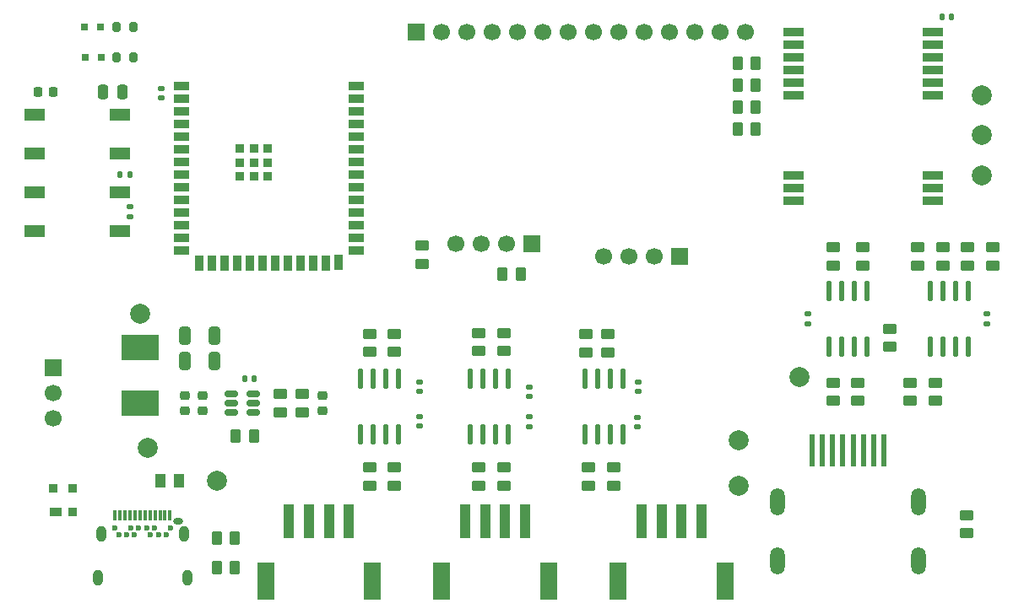
<source format=gbr>
%TF.GenerationSoftware,KiCad,Pcbnew,9.0.1*%
%TF.CreationDate,2025-04-19T19:30:10+02:00*%
%TF.ProjectId,opendtu,6f70656e-6474-4752-9e6b-696361645f70,rev?*%
%TF.SameCoordinates,Original*%
%TF.FileFunction,Soldermask,Top*%
%TF.FilePolarity,Negative*%
%FSLAX46Y46*%
G04 Gerber Fmt 4.6, Leading zero omitted, Abs format (unit mm)*
G04 Created by KiCad (PCBNEW 9.0.1) date 2025-04-19 19:30:10*
%MOMM*%
%LPD*%
G01*
G04 APERTURE LIST*
G04 Aperture macros list*
%AMRoundRect*
0 Rectangle with rounded corners*
0 $1 Rounding radius*
0 $2 $3 $4 $5 $6 $7 $8 $9 X,Y pos of 4 corners*
0 Add a 4 corners polygon primitive as box body*
4,1,4,$2,$3,$4,$5,$6,$7,$8,$9,$2,$3,0*
0 Add four circle primitives for the rounded corners*
1,1,$1+$1,$2,$3*
1,1,$1+$1,$4,$5*
1,1,$1+$1,$6,$7*
1,1,$1+$1,$8,$9*
0 Add four rect primitives between the rounded corners*
20,1,$1+$1,$2,$3,$4,$5,0*
20,1,$1+$1,$4,$5,$6,$7,0*
20,1,$1+$1,$6,$7,$8,$9,0*
20,1,$1+$1,$8,$9,$2,$3,0*%
G04 Aperture macros list end*
%ADD10O,1.000000X0.700000*%
%ADD11O,1.000000X1.600000*%
%ADD12R,0.300000X1.100000*%
%ADD13C,0.600000*%
%ADD14RoundRect,0.250000X-0.450000X0.262500X-0.450000X-0.262500X0.450000X-0.262500X0.450000X0.262500X0*%
%ADD15RoundRect,0.225000X0.225000X0.250000X-0.225000X0.250000X-0.225000X-0.250000X0.225000X-0.250000X0*%
%ADD16RoundRect,0.140000X-0.170000X0.140000X-0.170000X-0.140000X0.170000X-0.140000X0.170000X0.140000X0*%
%ADD17O,0.588011X2.045009*%
%ADD18C,2.000000*%
%ADD19RoundRect,0.200000X-0.200000X-0.275000X0.200000X-0.275000X0.200000X0.275000X-0.200000X0.275000X0*%
%ADD20RoundRect,0.250000X0.250000X0.475000X-0.250000X0.475000X-0.250000X-0.475000X0.250000X-0.475000X0*%
%ADD21RoundRect,0.140000X0.170000X-0.140000X0.170000X0.140000X-0.170000X0.140000X-0.170000X-0.140000X0*%
%ADD22RoundRect,0.250000X-0.262500X-0.450000X0.262500X-0.450000X0.262500X0.450000X-0.262500X0.450000X0*%
%ADD23RoundRect,0.225000X0.250000X-0.225000X0.250000X0.225000X-0.250000X0.225000X-0.250000X-0.225000X0*%
%ADD24R,1.700000X1.700000*%
%ADD25C,1.700000*%
%ADD26R,1.000000X3.500000*%
%ADD27R,1.800000X3.700000*%
%ADD28R,0.800000X0.800000*%
%ADD29R,0.550013X3.200000*%
%ADD30O,1.450013X2.750013*%
%ADD31R,2.000000X0.900000*%
%ADD32RoundRect,0.140000X0.140000X0.170000X-0.140000X0.170000X-0.140000X-0.170000X0.140000X-0.170000X0*%
%ADD33R,1.132537X1.377013*%
%ADD34R,2.000000X1.200000*%
%ADD35RoundRect,0.140000X-0.140000X-0.170000X0.140000X-0.170000X0.140000X0.170000X-0.140000X0.170000X0*%
%ADD36RoundRect,0.250000X0.450000X-0.262500X0.450000X0.262500X-0.450000X0.262500X-0.450000X-0.262500X0*%
%ADD37R,3.800000X2.500000*%
%ADD38RoundRect,0.150000X-0.512500X-0.150000X0.512500X-0.150000X0.512500X0.150000X-0.512500X0.150000X0*%
%ADD39RoundRect,0.250000X-0.325000X-0.650000X0.325000X-0.650000X0.325000X0.650000X-0.325000X0.650000X0*%
%ADD40RoundRect,0.250000X0.262500X0.450000X-0.262500X0.450000X-0.262500X-0.450000X0.262500X-0.450000X0*%
%ADD41R,1.193802X0.838202*%
%ADD42R,0.838202X0.838202*%
%ADD43R,1.500000X0.900000*%
%ADD44R,0.900000X1.500000*%
%ADD45R,0.900000X0.900000*%
G04 APERTURE END LIST*
D10*
%TO.C,U10*%
X91849936Y-126586146D03*
D11*
X83759969Y-132225895D03*
X84119888Y-127835750D03*
X92379984Y-127835750D03*
X92739903Y-132225895D03*
D12*
X85499872Y-126025997D03*
X86000000Y-126025997D03*
X86499872Y-126025997D03*
X87000000Y-126025997D03*
X87499872Y-126025997D03*
X87999745Y-126025997D03*
X88499872Y-126025997D03*
X88999745Y-126025997D03*
X89499872Y-126025997D03*
X90000000Y-126025997D03*
X90499872Y-126025997D03*
X91000000Y-126025997D03*
D13*
X91050038Y-127235801D03*
X90649987Y-127935827D03*
X89849885Y-127935827D03*
X89449834Y-127235801D03*
X89050038Y-127935827D03*
X88649987Y-127235801D03*
X87850139Y-127235801D03*
X87450088Y-127935827D03*
X87050038Y-127235801D03*
X86649987Y-127935827D03*
X85849885Y-127935827D03*
X85449834Y-127235801D03*
%TD*%
D14*
%TO.C,R34*%
X171000000Y-99087500D03*
X171000000Y-100912500D03*
%TD*%
%TO.C,R16*%
X122000000Y-107675000D03*
X122000000Y-109500000D03*
%TD*%
D15*
%TO.C,C8*%
X79300000Y-83520000D03*
X77750000Y-83520000D03*
%TD*%
D14*
%TO.C,R27*%
X157500000Y-112675000D03*
X157500000Y-114500000D03*
%TD*%
D16*
%TO.C,C2*%
X116000000Y-112627500D03*
X116000000Y-113587500D03*
%TD*%
D17*
%TO.C,U7*%
X124905004Y-112315084D03*
X123635001Y-112315084D03*
X122364999Y-112315084D03*
X121094996Y-112315084D03*
X121094996Y-117859916D03*
X122364999Y-117859916D03*
X123635001Y-117859916D03*
X124905004Y-117859916D03*
%TD*%
D18*
%TO.C,TP1*%
X172400000Y-83800000D03*
%TD*%
D16*
%TO.C,C7*%
X138000000Y-112587500D03*
X138000000Y-113547500D03*
%TD*%
D18*
%TO.C,TP7*%
X88750000Y-119250000D03*
%TD*%
D19*
%TO.C,R7*%
X85675000Y-77000000D03*
X87325000Y-77000000D03*
%TD*%
D20*
%TO.C,R13*%
X86200000Y-83520000D03*
X84300000Y-83520000D03*
%TD*%
D21*
%TO.C,C1*%
X90100000Y-84100000D03*
X90100000Y-83140000D03*
%TD*%
D14*
%TO.C,R37*%
X165250000Y-112675000D03*
X165250000Y-114500000D03*
%TD*%
D22*
%TO.C,R1*%
X124337500Y-101750000D03*
X126162500Y-101750000D03*
%TD*%
D18*
%TO.C,TP9*%
X148000000Y-123000000D03*
%TD*%
D14*
%TO.C,R25*%
X160500000Y-99087500D03*
X160500000Y-100912500D03*
%TD*%
D21*
%TO.C,C5*%
X137900000Y-117100000D03*
X137900000Y-116140000D03*
%TD*%
D23*
%TO.C,C14*%
X94250000Y-115525000D03*
X94250000Y-113975000D03*
%TD*%
D24*
%TO.C,J2*%
X142080000Y-100000000D03*
D25*
X139540000Y-100000000D03*
X137000000Y-100000000D03*
X134460000Y-100000000D03*
%TD*%
D24*
%TO.C,J1*%
X127290000Y-98750000D03*
D25*
X124750000Y-98750000D03*
X122210000Y-98750000D03*
X119670000Y-98750000D03*
%TD*%
D26*
%TO.C,U4*%
X138312484Y-126612446D03*
X140312484Y-126612700D03*
X142312484Y-126612700D03*
X144312484Y-126612700D03*
D27*
X146662497Y-132587554D03*
X135962471Y-132587554D03*
%TD*%
D17*
%TO.C,U13*%
X160905004Y-103500000D03*
X159635001Y-103500000D03*
X158364999Y-103500000D03*
X157094996Y-103500000D03*
X157094996Y-109044832D03*
X158364999Y-109044832D03*
X159635001Y-109044832D03*
X160905004Y-109044832D03*
%TD*%
D14*
%TO.C,R29*%
X157500000Y-99087500D03*
X157500000Y-100912500D03*
%TD*%
D28*
%TO.C,LED2*%
X84100204Y-80000000D03*
X82500000Y-80000000D03*
%TD*%
D29*
%TO.C,U14*%
X162569977Y-119449962D03*
X161550165Y-119449962D03*
X160530099Y-119449962D03*
X159510033Y-119449962D03*
X158489967Y-119449962D03*
X157470155Y-119449962D03*
X156450089Y-119449962D03*
X155430023Y-119449962D03*
D30*
X166050038Y-124650114D03*
X151949962Y-124650114D03*
X166050038Y-130550038D03*
X151949962Y-130550038D03*
%TD*%
D18*
%TO.C,TP3*%
X172400000Y-91900000D03*
%TD*%
D24*
%TO.C,J3*%
X115680000Y-77500000D03*
D25*
X118220000Y-77500000D03*
X120760000Y-77500000D03*
X123300000Y-77500000D03*
X125840000Y-77500000D03*
X128380000Y-77500000D03*
X130920000Y-77500000D03*
X133460000Y-77500000D03*
X136000000Y-77500000D03*
X138540000Y-77500000D03*
X141080000Y-77500000D03*
X143620000Y-77500000D03*
X146160000Y-77500000D03*
X148700000Y-77500000D03*
%TD*%
D14*
%TO.C,R17*%
X122000000Y-121175000D03*
X122000000Y-123000000D03*
%TD*%
D31*
%TO.C,U11*%
X167500000Y-94460000D03*
X167500000Y-93190000D03*
X167500000Y-91920000D03*
X167500000Y-83810000D03*
X167500000Y-82540000D03*
X167500000Y-81270000D03*
X167500000Y-80000000D03*
X167500000Y-78730000D03*
X167500000Y-77460000D03*
X153500000Y-77460000D03*
X153500000Y-78730000D03*
X153500000Y-80000000D03*
X153500000Y-81270000D03*
X153500000Y-82540000D03*
X153500000Y-83810000D03*
X153500000Y-91920000D03*
X153500000Y-93190000D03*
X153500000Y-94460000D03*
%TD*%
D17*
%TO.C,U5*%
X136405004Y-112315084D03*
X135135001Y-112315084D03*
X133864999Y-112315084D03*
X132594996Y-112315084D03*
X132594996Y-117859916D03*
X133864999Y-117859916D03*
X135135001Y-117859916D03*
X136405004Y-117859916D03*
%TD*%
D14*
%TO.C,R14*%
X124500000Y-107675000D03*
X124500000Y-109500000D03*
%TD*%
D22*
%TO.C,R21*%
X147925000Y-87250000D03*
X149750000Y-87250000D03*
%TD*%
D21*
%TO.C,C19*%
X172905004Y-106752416D03*
X172905004Y-105792416D03*
%TD*%
D22*
%TO.C,R20*%
X147925000Y-85050000D03*
X149750000Y-85050000D03*
%TD*%
D14*
%TO.C,R6*%
X111000000Y-121175000D03*
X111000000Y-123000000D03*
%TD*%
%TO.C,R9*%
X135500000Y-121175000D03*
X135500000Y-123000000D03*
%TD*%
%TO.C,R24*%
X163200000Y-107275000D03*
X163200000Y-109100000D03*
%TD*%
%TO.C,R15*%
X124500000Y-121175000D03*
X124500000Y-123000000D03*
%TD*%
D32*
%TO.C,C11*%
X169400000Y-76000000D03*
X168440000Y-76000000D03*
%TD*%
D18*
%TO.C,TP6*%
X95750000Y-122500000D03*
%TD*%
D24*
%TO.C,J4*%
X79250000Y-111210000D03*
D25*
X79250000Y-113750000D03*
X79250000Y-116290000D03*
%TD*%
D21*
%TO.C,C9*%
X87000000Y-96000000D03*
X87000000Y-95040000D03*
%TD*%
D23*
%TO.C,C13*%
X92500000Y-115525000D03*
X92500000Y-113975000D03*
%TD*%
D18*
%TO.C,TP2*%
X172400000Y-87850000D03*
%TD*%
D26*
%TO.C,U6*%
X120624968Y-126612446D03*
X122624968Y-126612700D03*
X124624968Y-126612700D03*
X126624968Y-126612700D03*
D27*
X128974981Y-132587554D03*
X118274955Y-132587554D03*
%TD*%
D33*
%TO.C,L1*%
X90000000Y-122500000D03*
X91932436Y-122500000D03*
%TD*%
D17*
%TO.C,U2*%
X113905004Y-112315084D03*
X112635001Y-112315084D03*
X111364999Y-112315084D03*
X110094996Y-112315084D03*
X110094996Y-117859916D03*
X111364999Y-117859916D03*
X112635001Y-117859916D03*
X113905004Y-117859916D03*
%TD*%
D14*
%TO.C,R36*%
X168500000Y-99087500D03*
X168500000Y-100912500D03*
%TD*%
D22*
%TO.C,R18*%
X147925000Y-80650000D03*
X149750000Y-80650000D03*
%TD*%
D16*
%TO.C,C17*%
X155000000Y-105792416D03*
X155000000Y-106752416D03*
%TD*%
D23*
%TO.C,C18*%
X106287500Y-115525000D03*
X106287500Y-113975000D03*
%TD*%
D34*
%TO.C,U9*%
X77399796Y-85819911D03*
X86000000Y-85819911D03*
X77399796Y-89720089D03*
X86000000Y-89720089D03*
%TD*%
D14*
%TO.C,R33*%
X173500000Y-99087500D03*
X173500000Y-100912500D03*
%TD*%
D18*
%TO.C,TP4*%
X154100000Y-112100000D03*
%TD*%
D35*
%TO.C,C12*%
X98520000Y-112250000D03*
X99480000Y-112250000D03*
%TD*%
D34*
%TO.C,U8*%
X77399796Y-93569911D03*
X86000000Y-93569911D03*
X77399796Y-97470089D03*
X86000000Y-97470089D03*
%TD*%
D16*
%TO.C,C4*%
X127000000Y-113127500D03*
X127000000Y-114087500D03*
%TD*%
D14*
%TO.C,R38*%
X166000000Y-99087500D03*
X166000000Y-100912500D03*
%TD*%
D18*
%TO.C,TP5*%
X88000000Y-105750000D03*
%TD*%
D32*
%TO.C,C10*%
X86960000Y-91770000D03*
X86000000Y-91770000D03*
%TD*%
D19*
%TO.C,R12*%
X85675000Y-80000000D03*
X87325000Y-80000000D03*
%TD*%
D14*
%TO.C,R28*%
X170900000Y-125975000D03*
X170900000Y-127800000D03*
%TD*%
%TO.C,R4*%
X113500000Y-121175000D03*
X113500000Y-123000000D03*
%TD*%
%TO.C,R11*%
X133000000Y-121175000D03*
X133000000Y-123000000D03*
%TD*%
%TO.C,R10*%
X132750000Y-107837500D03*
X132750000Y-109662500D03*
%TD*%
D22*
%TO.C,R19*%
X147925000Y-82850000D03*
X149750000Y-82850000D03*
%TD*%
%TO.C,R23*%
X95675000Y-131250000D03*
X97500000Y-131250000D03*
%TD*%
D36*
%TO.C,R31*%
X104287500Y-115662500D03*
X104287500Y-113837500D03*
%TD*%
D22*
%TO.C,R22*%
X95675000Y-128300000D03*
X97500000Y-128300000D03*
%TD*%
D37*
%TO.C,L2*%
X88000000Y-114750000D03*
X88000000Y-109150050D03*
%TD*%
D38*
%TO.C,U15*%
X97112500Y-113800000D03*
X97112500Y-114750000D03*
X97112500Y-115700000D03*
X99387500Y-115700000D03*
X99387500Y-114750000D03*
X99387500Y-113800000D03*
%TD*%
D17*
%TO.C,U16*%
X171040005Y-103500000D03*
X169770002Y-103500000D03*
X168500000Y-103500000D03*
X167229997Y-103500000D03*
X167229997Y-109044832D03*
X168500000Y-109044832D03*
X169770002Y-109044832D03*
X171040005Y-109044832D03*
%TD*%
D14*
%TO.C,R2*%
X116250000Y-98925000D03*
X116250000Y-100750000D03*
%TD*%
D39*
%TO.C,C15*%
X92525000Y-108000000D03*
X95475000Y-108000000D03*
%TD*%
D40*
%TO.C,R30*%
X99412500Y-118000000D03*
X97587500Y-118000000D03*
%TD*%
D14*
%TO.C,R35*%
X167750000Y-112675000D03*
X167750000Y-114500000D03*
%TD*%
D28*
%TO.C,LED1*%
X84000000Y-77000000D03*
X82399796Y-77000000D03*
%TD*%
D14*
%TO.C,R5*%
X111000000Y-107762500D03*
X111000000Y-109587500D03*
%TD*%
%TO.C,R8*%
X134912500Y-107837500D03*
X134912500Y-109662500D03*
%TD*%
%TO.C,R32*%
X102037500Y-113837500D03*
X102037500Y-115662500D03*
%TD*%
D26*
%TO.C,U1*%
X102937452Y-126612446D03*
X104937452Y-126612700D03*
X106937452Y-126612700D03*
X108937452Y-126612700D03*
D27*
X111287465Y-132587554D03*
X100587439Y-132587554D03*
%TD*%
D21*
%TO.C,C3*%
X116000000Y-117067500D03*
X116000000Y-116107500D03*
%TD*%
D14*
%TO.C,R3*%
X113500000Y-107762500D03*
X113500000Y-109587500D03*
%TD*%
D21*
%TO.C,C6*%
X127000000Y-117087500D03*
X127000000Y-116127500D03*
%TD*%
D14*
%TO.C,R26*%
X160000000Y-112675000D03*
X160000000Y-114500000D03*
%TD*%
D18*
%TO.C,TP8*%
X148000000Y-118500000D03*
%TD*%
D41*
%TO.C,U12*%
X79499936Y-125691389D03*
D42*
X81199962Y-125691389D03*
X81199962Y-123308611D03*
X79300038Y-123308611D03*
%TD*%
D39*
%TO.C,C16*%
X92525000Y-110500000D03*
X95475000Y-110500000D03*
%TD*%
D43*
%TO.C,U3*%
X92150114Y-82879858D03*
X92150114Y-84149861D03*
X92150114Y-85419863D03*
X92150114Y-86689866D03*
X92150114Y-87959868D03*
X92150114Y-89229871D03*
X92150114Y-90499873D03*
X92150114Y-91769876D03*
X92150114Y-93039879D03*
X92150114Y-94309881D03*
X92150114Y-95579884D03*
X92150114Y-96849886D03*
X92150114Y-98119889D03*
X92150114Y-99389891D03*
D44*
X93915164Y-100669800D03*
X95185167Y-100669800D03*
X96455169Y-100669800D03*
X97725172Y-100669800D03*
X98995174Y-100669800D03*
X100265177Y-100669800D03*
X101535179Y-100669800D03*
X102805182Y-100669800D03*
X104075184Y-100669800D03*
X105345187Y-100669800D03*
X106615189Y-100669800D03*
X107885192Y-100639828D03*
D43*
X109650242Y-99389891D03*
X109650242Y-98119889D03*
X109650242Y-96849886D03*
X109650242Y-95579884D03*
X109650242Y-94309881D03*
X109650242Y-93039879D03*
X109650242Y-91769876D03*
X109650242Y-90499873D03*
X109650242Y-89229871D03*
X109650242Y-87959868D03*
X109650242Y-86689866D03*
X109650242Y-85419863D03*
X109650242Y-84149861D03*
X109650242Y-82879858D03*
D45*
X98000000Y-89199899D03*
X98000000Y-90599950D03*
X98000000Y-92000000D03*
X99400051Y-89199899D03*
X99400051Y-90599950D03*
X99400051Y-92000000D03*
X100800102Y-89199899D03*
X100800102Y-90599950D03*
X100800102Y-92000000D03*
%TD*%
M02*

</source>
